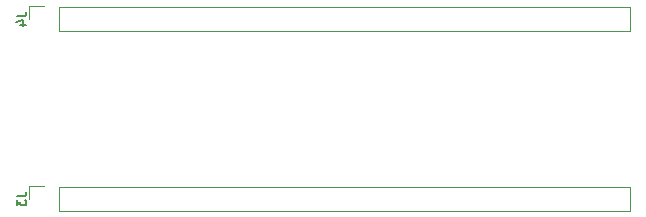
<source format=gbr>
%TF.GenerationSoftware,KiCad,Pcbnew,7.0.6*%
%TF.CreationDate,2023-07-11T11:54:07+09:00*%
%TF.ProjectId,TangNano5V,54616e67-4e61-46e6-9f35-562e6b696361,rev?*%
%TF.SameCoordinates,Original*%
%TF.FileFunction,Legend,Bot*%
%TF.FilePolarity,Positive*%
%FSLAX46Y46*%
G04 Gerber Fmt 4.6, Leading zero omitted, Abs format (unit mm)*
G04 Created by KiCad (PCBNEW 7.0.6) date 2023-07-11 11:54:07*
%MOMM*%
%LPD*%
G01*
G04 APERTURE LIST*
%ADD10C,0.150000*%
%ADD11C,0.120000*%
G04 APERTURE END LIST*
D10*
X197295Y-4813333D02*
X768723Y-4813333D01*
X768723Y-4813333D02*
X883009Y-4775238D01*
X883009Y-4775238D02*
X959200Y-4699047D01*
X959200Y-4699047D02*
X997295Y-4584762D01*
X997295Y-4584762D02*
X997295Y-4508571D01*
X463961Y-5537143D02*
X997295Y-5537143D01*
X159200Y-5346667D02*
X730628Y-5156190D01*
X730628Y-5156190D02*
X730628Y-5651429D01*
X197295Y-20053333D02*
X768723Y-20053333D01*
X768723Y-20053333D02*
X883009Y-20015238D01*
X883009Y-20015238D02*
X959200Y-19939047D01*
X959200Y-19939047D02*
X997295Y-19824762D01*
X997295Y-19824762D02*
X997295Y-19748571D01*
X197295Y-20358095D02*
X197295Y-20853333D01*
X197295Y-20853333D02*
X502057Y-20586667D01*
X502057Y-20586667D02*
X502057Y-20700952D01*
X502057Y-20700952D02*
X540152Y-20777143D01*
X540152Y-20777143D02*
X578247Y-20815238D01*
X578247Y-20815238D02*
X654438Y-20853333D01*
X654438Y-20853333D02*
X844914Y-20853333D01*
X844914Y-20853333D02*
X921104Y-20815238D01*
X921104Y-20815238D02*
X959200Y-20777143D01*
X959200Y-20777143D02*
X997295Y-20700952D01*
X997295Y-20700952D02*
X997295Y-20472381D01*
X997295Y-20472381D02*
X959200Y-20396190D01*
X959200Y-20396190D02*
X921104Y-20358095D01*
D11*
%TO.C,J4*%
X2540000Y-3937000D02*
X1210000Y-3937000D01*
X1210000Y-3937000D02*
X1210000Y-5080000D01*
X52130000Y-4064000D02*
X52130000Y-6096000D01*
X3810000Y-4064000D02*
X52130000Y-4064000D01*
X3810000Y-4064000D02*
X3810000Y-6096000D01*
X3810000Y-6096000D02*
X52130000Y-6096000D01*
%TO.C,J3*%
X2540000Y-19177000D02*
X1210000Y-19177000D01*
X1210000Y-19177000D02*
X1210000Y-20320000D01*
X52130000Y-19304000D02*
X52130000Y-21336000D01*
X3810000Y-19304000D02*
X52130000Y-19304000D01*
X3810000Y-19304000D02*
X3810000Y-21336000D01*
X3810000Y-21336000D02*
X52130000Y-21336000D01*
%TD*%
M02*

</source>
